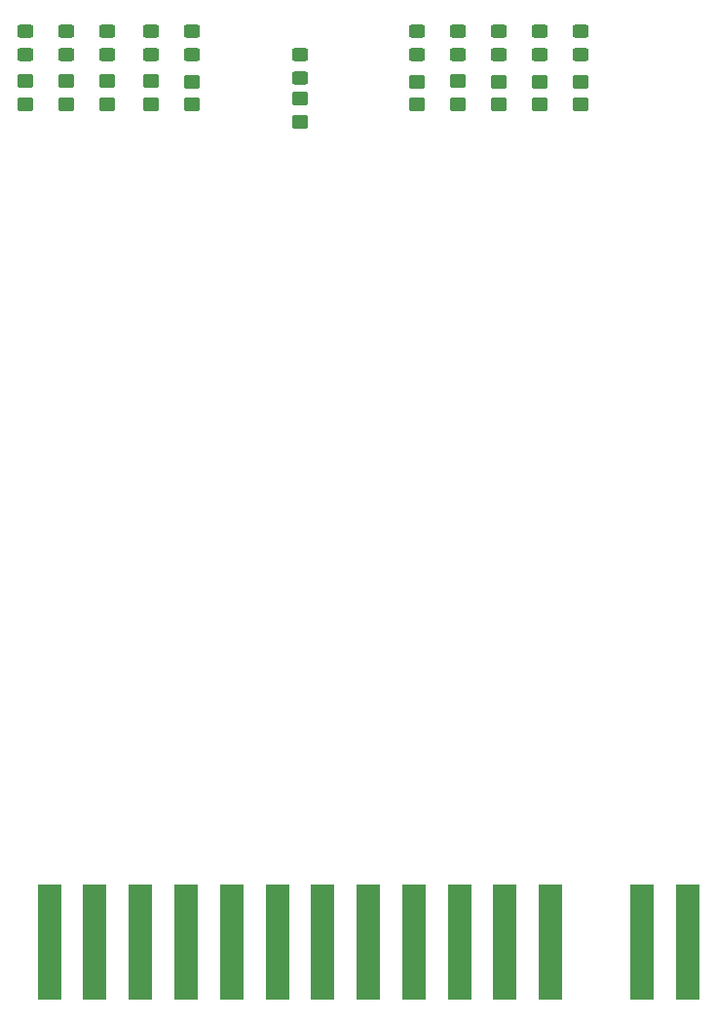
<source format=gbr>
%TF.GenerationSoftware,KiCad,Pcbnew,8.0.2*%
%TF.CreationDate,2025-01-17T11:14:38+01:00*%
%TF.ProjectId,p2000t-joystick-slot2-eeprom,70323030-3074-42d6-9a6f-79737469636b,rev?*%
%TF.SameCoordinates,Original*%
%TF.FileFunction,Paste,Top*%
%TF.FilePolarity,Positive*%
%FSLAX46Y46*%
G04 Gerber Fmt 4.6, Leading zero omitted, Abs format (unit mm)*
G04 Created by KiCad (PCBNEW 8.0.2) date 2025-01-17 11:14:38*
%MOMM*%
%LPD*%
G01*
G04 APERTURE LIST*
G04 Aperture macros list*
%AMRoundRect*
0 Rectangle with rounded corners*
0 $1 Rounding radius*
0 $2 $3 $4 $5 $6 $7 $8 $9 X,Y pos of 4 corners*
0 Add a 4 corners polygon primitive as box body*
4,1,4,$2,$3,$4,$5,$6,$7,$8,$9,$2,$3,0*
0 Add four circle primitives for the rounded corners*
1,1,$1+$1,$2,$3*
1,1,$1+$1,$4,$5*
1,1,$1+$1,$6,$7*
1,1,$1+$1,$8,$9*
0 Add four rect primitives between the rounded corners*
20,1,$1+$1,$2,$3,$4,$5,0*
20,1,$1+$1,$4,$5,$6,$7,0*
20,1,$1+$1,$6,$7,$8,$9,0*
20,1,$1+$1,$8,$9,$2,$3,0*%
G04 Aperture macros list end*
%ADD10RoundRect,0.250000X-0.450000X0.350000X-0.450000X-0.350000X0.450000X-0.350000X0.450000X0.350000X0*%
%ADD11RoundRect,0.250000X0.450000X-0.350000X0.450000X0.350000X-0.450000X0.350000X-0.450000X-0.350000X0*%
%ADD12RoundRect,0.250000X0.450000X-0.325000X0.450000X0.325000X-0.450000X0.325000X-0.450000X-0.325000X0*%
%ADD13R,2.000000X10.000000*%
G04 APERTURE END LIST*
D10*
%TO.C,R15*%
X61722000Y-49752000D03*
X61722000Y-47752000D03*
%TD*%
%TO.C,R14*%
X86106000Y-46260000D03*
X86106000Y-48260000D03*
%TD*%
%TO.C,R13*%
X82550000Y-46260000D03*
X82550000Y-48260000D03*
%TD*%
%TO.C,R12*%
X78994000Y-46260000D03*
X78994000Y-48260000D03*
%TD*%
D11*
%TO.C,R11*%
X75438000Y-48228000D03*
X75438000Y-46228000D03*
%TD*%
D10*
%TO.C,R10*%
X71882000Y-46260000D03*
X71882000Y-48260000D03*
%TD*%
%TO.C,R9*%
X52324000Y-46278000D03*
X52324000Y-48278000D03*
%TD*%
%TO.C,R8*%
X48768000Y-46246000D03*
X48768000Y-48246000D03*
%TD*%
%TO.C,R7*%
X44958000Y-48246000D03*
X44958000Y-46246000D03*
%TD*%
%TO.C,R6*%
X41402000Y-48246000D03*
X41402000Y-46246000D03*
%TD*%
D12*
%TO.C,D19*%
X61722000Y-45935000D03*
X61722000Y-43885000D03*
%TD*%
%TO.C,D18*%
X86106000Y-43942000D03*
X86106000Y-41892000D03*
%TD*%
%TO.C,D17*%
X82550000Y-41901000D03*
X82550000Y-43951000D03*
%TD*%
%TO.C,D16*%
X78994000Y-43951000D03*
X78994000Y-41901000D03*
%TD*%
%TO.C,D15*%
X75438000Y-43951000D03*
X75438000Y-41901000D03*
%TD*%
%TO.C,D14*%
X71882000Y-43960000D03*
X71882000Y-41910000D03*
%TD*%
%TO.C,D13*%
X52324000Y-43942000D03*
X52324000Y-41892000D03*
%TD*%
%TO.C,D12*%
X48768000Y-43910000D03*
X48768000Y-41860000D03*
%TD*%
%TO.C,D11*%
X44958000Y-43910000D03*
X44958000Y-41860000D03*
%TD*%
%TO.C,D10*%
X41402000Y-43910000D03*
X41402000Y-41860000D03*
%TD*%
D10*
%TO.C,R5*%
X37846000Y-46244000D03*
X37846000Y-48244000D03*
%TD*%
D13*
%TO.C,J2*%
X43917000Y-120959000D03*
X47877000Y-120959000D03*
X51837000Y-120959000D03*
X55797000Y-120959000D03*
X59757000Y-120959000D03*
X63717000Y-120959000D03*
X67677000Y-120959000D03*
X71637000Y-120959000D03*
X75597000Y-120959000D03*
X79557000Y-120959000D03*
X83517000Y-120959000D03*
X95397000Y-120959000D03*
X39957000Y-120959000D03*
X91451400Y-120959000D03*
%TD*%
D12*
%TO.C,D9*%
X37846000Y-41860000D03*
X37846000Y-43910000D03*
%TD*%
M02*

</source>
